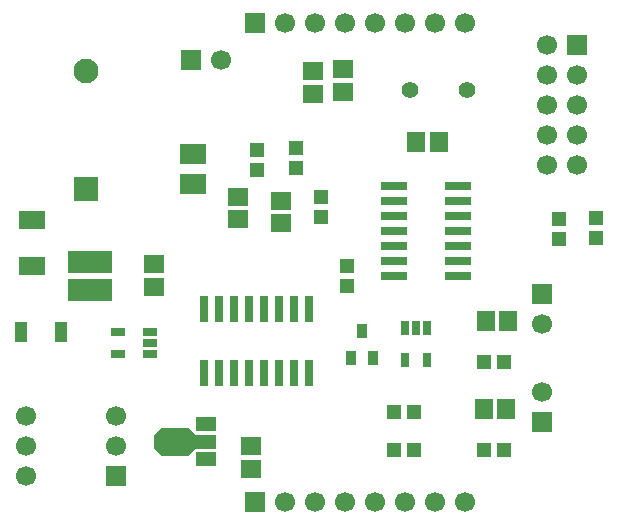
<source format=gbr>
G04 DipTrace 3.2.0.1*
G04 TopMask.gbr*
%MOIN*%
G04 #@! TF.FileFunction,Soldermask,Top*
G04 #@! TF.Part,Single*
%AMOUTLINE1*
4,1,4,
0.074803,0.037402,
0.074803,-0.037402,
-0.074803,-0.037402,
-0.074803,0.037402,
0.074803,0.037402,
0*%
%AMOUTLINE4*
4,1,4,
0.074803,-0.037402,
0.074803,0.037402,
-0.074803,0.037402,
-0.074803,-0.037402,
0.074803,-0.037402,
0*%
%AMOUTLINE7*
4,1,10,
0.104331,0.023622,
0.035095,0.023622,
0.011473,0.047244,
-0.078402,0.047244,
-0.104331,0.021316,
-0.104331,-0.021316,
-0.078402,-0.047244,
0.011473,-0.047244,
0.035095,-0.023622,
0.104331,-0.023622,
0.104331,0.023622,
0*%
%ADD50C,0.055874*%
%ADD52R,0.031496X0.086614*%
%ADD54R,0.031496X0.051181*%
%ADD56R,0.051181X0.031496*%
%ADD58R,0.033465X0.049213*%
%ADD60R,0.066929X0.047244*%
%ADD61R,0.086614X0.031496*%
%ADD63R,0.047244X0.051181*%
%ADD65R,0.051181X0.047244*%
%ADD67C,0.066929*%
%ADD69R,0.066929X0.066929*%
%ADD71C,0.082677*%
%ADD72R,0.082677X0.082677*%
%ADD73R,0.090551X0.062992*%
%ADD75R,0.03937X0.070866*%
%ADD77R,0.089869X0.069869*%
%ADD79R,0.059055X0.066929*%
%ADD81R,0.066929X0.059055*%
%ADD87OUTLINE1*%
%ADD90OUTLINE4*%
%ADD93OUTLINE7*%
%FSLAX26Y26*%
G04*
G70*
G90*
G75*
G01*
G04 TopMask*
%LPD*%
D81*
X949892Y1323478D3*
Y1248675D3*
D79*
X1824801Y1729685D3*
X1899604D3*
D81*
X1374848Y1535955D3*
Y1461152D3*
X1274858Y717291D3*
Y642488D3*
X1231113Y1473462D3*
Y1548265D3*
D79*
X2124769Y842278D3*
X2049966D3*
D77*
X1081129Y1692189D3*
Y1592189D3*
D79*
X2056026Y1135997D3*
X2130829D3*
D75*
X506189Y1098501D3*
X640047D3*
D73*
X543685Y1317228D3*
Y1470766D3*
D72*
X724916Y1573451D3*
D71*
Y1967152D3*
D69*
X1287357Y529811D3*
D67*
X1387357D3*
X1487357D3*
X1587357D3*
X1687357D3*
X1787357D3*
X1887357D3*
X1987357D3*
D69*
X2362244Y2054651D3*
D67*
X2262244D3*
X2362244Y1954651D3*
X2262244D3*
X2362244Y1854651D3*
X2262244D3*
X2362244Y1754651D3*
X2262244D3*
X2362244Y1654651D3*
X2262244D3*
D69*
X2243507Y798533D3*
D67*
Y898533D3*
D69*
Y1223488D3*
D67*
Y1123488D3*
D69*
X1074879Y2004656D3*
D67*
X1174879D3*
D81*
X1581076Y1898417D3*
Y1973220D3*
X1481087Y1892168D3*
Y1966971D3*
D87*
X737415Y1329727D3*
D90*
Y1239176D3*
D65*
X2049682Y998417D3*
X2116612D3*
D63*
X2299751Y1473462D3*
Y1406533D3*
X2424738Y1410969D3*
Y1477898D3*
X1424843Y1710937D3*
Y1644008D3*
X1293606Y1704688D3*
Y1637759D3*
X1593575Y1317228D3*
Y1250299D3*
D65*
X1749808Y829780D3*
X1816738D3*
X1818551Y704793D3*
X1751622D3*
D63*
X1506084Y1479711D3*
Y1546640D3*
D65*
X2118520Y704793D3*
X2051591D3*
D61*
X1749951Y1586073D3*
Y1536073D3*
Y1486073D3*
Y1436073D3*
Y1386073D3*
Y1336073D3*
Y1286073D3*
X1962550D3*
Y1336073D3*
Y1386073D3*
Y1436073D3*
Y1486073D3*
Y1536073D3*
Y1586073D3*
D60*
X1124874Y673546D3*
D93*
X1054008Y732601D3*
D60*
X1124874Y791656D3*
D58*
X1606073Y1011010D3*
X1680877D3*
X1643475Y1101562D3*
D56*
X937394Y1023509D3*
Y1060911D3*
Y1098312D3*
X831094D3*
Y1023509D3*
D54*
X1862297Y1111000D3*
X1824895D3*
X1787493D3*
Y1004701D3*
X1862297D3*
D69*
X824906Y617302D3*
D67*
Y717302D3*
Y817302D3*
X524906D3*
Y717302D3*
Y617302D3*
D52*
X1118701Y961073D3*
X1168701D3*
X1218701D3*
X1268701D3*
X1318701D3*
X1368701D3*
X1418701D3*
X1468701D3*
Y1173672D3*
X1418701D3*
X1368701D3*
X1318701D3*
X1268701D3*
X1218701D3*
X1168701D3*
X1118701D3*
D50*
X1993533Y1904667D3*
X1803533D3*
D69*
X1287357Y2129643D3*
D67*
X1387357D3*
X1487357D3*
X1587357D3*
X1687357D3*
X1787357D3*
X1887357D3*
X1987357D3*
M02*

</source>
